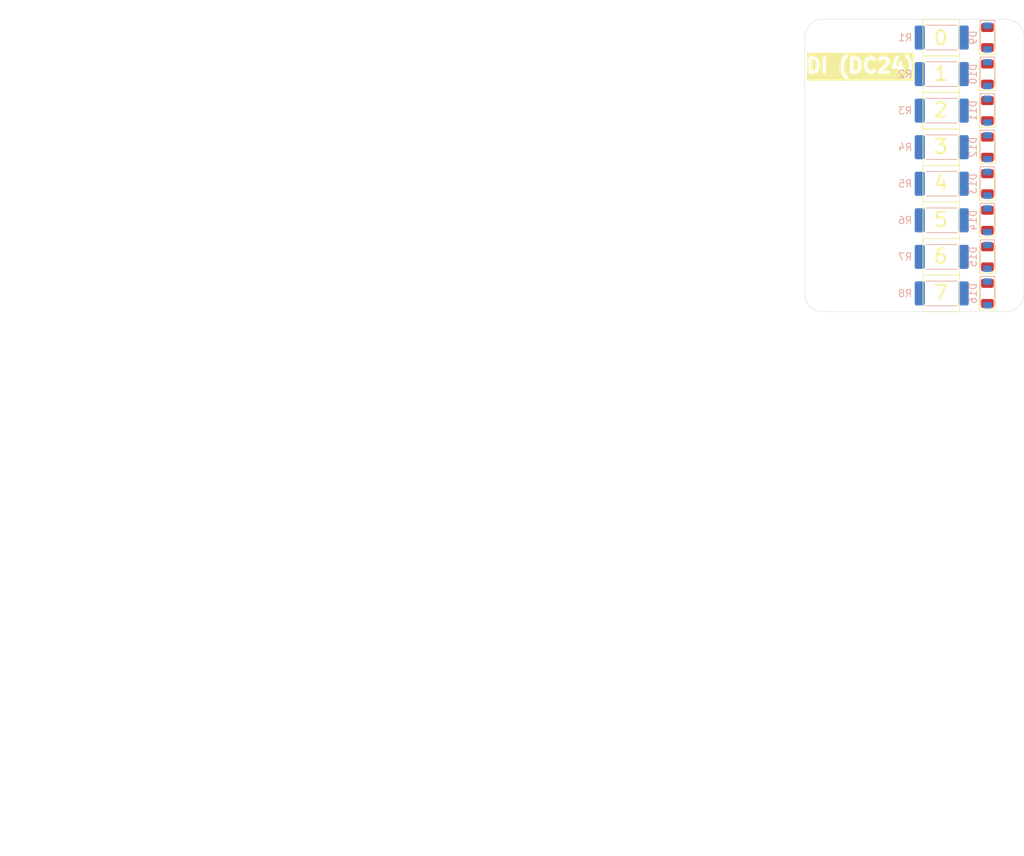
<source format=kicad_pcb>
(kicad_pcb (version 20240108) (generator "pcbnew") (generator_version "8.0")
  (layers (0 "F.Cu" signal) (31 "B.Cu" signal) (34 "B.Paste" user) (35 "F.Paste" user) (36 "B.SilkS" user "B.Silkscreen") (37 "F.SilkS" user "F.Silkscreen") (38 "B.Mask" user) (39 "F.Mask" user) (44 "Edge.Cuts" user))
  (net 0 "")
  (net 1 "Net-(D1-K)")
  (net 2 "Net-(D1-A)")
  (net 3 "Net-(J1-Pin_1)")
  (net 4 "Net-(J1-Pin_5)")
  (net 5 "Net-(J1-Pin_3)")
  (net 6 "Net-(D10-A)")
  (net 7 "Net-(D10-K)")
  (net 8 "Net-(D11-K)")
  (net 9 "Net-(D11-A)")
  (net 10 "Net-(D12-A)")
  (net 11 "Net-(D12-K)")
  (net 12 "Net-(D13-K)")
  (net 13 "Net-(D13-A)")
  (net 14 "Net-(D14-K)")
  (net 15 "Net-(D14-A)")
  (net 16 "Net-(D15-K)")
  (net 17 "Net-(D15-A)")
  (net 18 "Net-(D16-A)")
  (net 19 "Net-(D16-K)")
  (net 20 "Net-(J1-Pin_15)")
  (net 21 "Net-(J1-Pin_9)")
  (net 22 "Net-(J1-Pin_11)")
  (net 23 "Net-(J1-Pin_7)")
  (net 24 "Net-(J1-Pin_13)")
  (footprint "LED_SMD:LED_1206_3216Metric" (layer "F.Cu") (at 152.4 83.82 90)
    (property "Reference" "D2" (hide yes))
    (property "Value" "KP-3216MGC")
    (fp_line (start 1.6 -1.135) (end -2.285 -1.135) (stroke (width 0.12)) (layer "F.SilkS"))
    (fp_line (start -2.285 -1.135) (end -2.285 1.135) (stroke (width 0.12)) (layer "F.SilkS"))
    (fp_line (start -2.285 1.135) (end 1.6 1.135) (stroke (width 0.12)) (layer "F.SilkS"))
    (pad "1" smd roundrect (at -1.4 0 90) (size 1.25 1.75) (layers "F.Cu" "F.Paste" "F.Mask") (roundrect_rratio 0.2) (net 6 "Net-(D10-A)"))
    (pad "2" smd roundrect (at 1.4 0 90) (size 1.25 1.75) (layers "F.Cu" "F.Paste" "F.Mask") (roundrect_rratio 0.2) (net 7 "Net-(D10-K)"))
  )
  (footprint "LED_SMD:LED_1206_3216Metric" (layer "F.Cu") (at 152.4 99.06 90)
    (property "Reference" "D5" (hide yes))
    (property "Value" "KP-3216MGC")
    (fp_line (start 1.6 -1.135) (end -2.285 -1.135) (stroke (width 0.12)) (layer "F.SilkS"))
    (fp_line (start -2.285 -1.135) (end -2.285 1.135) (stroke (width 0.12)) (layer "F.SilkS"))
    (fp_line (start -2.285 1.135) (end 1.6 1.135) (stroke (width 0.12)) (layer "F.SilkS"))
    (pad "1" smd roundrect (at -1.4 0 90) (size 1.25 1.75) (layers "F.Cu" "F.Paste" "F.Mask") (roundrect_rratio 0.2) (net 13 "Net-(D13-A)"))
    (pad "2" smd roundrect (at 1.4 0 90) (size 1.25 1.75) (layers "F.Cu" "F.Paste" "F.Mask") (roundrect_rratio 0.2) (net 12 "Net-(D13-K)"))
  )
  (footprint "LED_SMD:LED_1206_3216Metric" (layer "F.Cu") (at 152.4 93.98 90)
    (property "Reference" "D4" (hide yes))
    (property "Value" "KP-3216MGC")
    (fp_line (start 1.6 -1.135) (end -2.285 -1.135) (stroke (width 0.12)) (layer "F.SilkS"))
    (fp_line (start -2.285 -1.135) (end -2.285 1.135) (stroke (width 0.12)) (layer "F.SilkS"))
    (fp_line (start -2.285 1.135) (end 1.6 1.135) (stroke (width 0.12)) (layer "F.SilkS"))
    (pad "1" smd roundrect (at -1.4 0 90) (size 1.25 1.75) (layers "F.Cu" "F.Paste" "F.Mask") (roundrect_rratio 0.2) (net 10 "Net-(D12-A)"))
    (pad "2" smd roundrect (at 1.4 0 90) (size 1.25 1.75) (layers "F.Cu" "F.Paste" "F.Mask") (roundrect_rratio 0.2) (net 11 "Net-(D12-K)"))
  )
  (footprint "LED_SMD:LED_1206_3216Metric" (layer "F.Cu") (at 152.4 104.14 90)
    (property "Reference" "D6" (hide yes))
    (property "Value" "KP-3216MGC")
    (fp_line (start 1.6 -1.135) (end -2.285 -1.135) (stroke (width 0.12)) (layer "F.SilkS"))
    (fp_line (start -2.285 -1.135) (end -2.285 1.135) (stroke (width 0.12)) (layer "F.SilkS"))
    (fp_line (start -2.285 1.135) (end 1.6 1.135) (stroke (width 0.12)) (layer "F.SilkS"))
    (pad "1" smd roundrect (at -1.4 0 90) (size 1.25 1.75) (layers "F.Cu" "F.Paste" "F.Mask") (roundrect_rratio 0.2) (net 15 "Net-(D14-A)"))
    (pad "2" smd roundrect (at 1.4 0 90) (size 1.25 1.75) (layers "F.Cu" "F.Paste" "F.Mask") (roundrect_rratio 0.2) (net 14 "Net-(D14-K)"))
  )
  (footprint "LED_SMD:LED_1206_3216Metric" (layer "F.Cu") (at 152.4 109.22 90)
    (property "Reference" "D7" (hide yes))
    (property "Value" "KP-3216MGC")
    (fp_line (start 1.6 -1.135) (end -2.285 -1.135) (stroke (width 0.12)) (layer "F.SilkS"))
    (fp_line (start -2.285 -1.135) (end -2.285 1.135) (stroke (width 0.12)) (layer "F.SilkS"))
    (fp_line (start -2.285 1.135) (end 1.6 1.135) (stroke (width 0.12)) (layer "F.SilkS"))
    (pad "1" smd roundrect (at -1.4 0 90) (size 1.25 1.75) (layers "F.Cu" "F.Paste" "F.Mask") (roundrect_rratio 0.2) (net 17 "Net-(D15-A)"))
    (pad "2" smd roundrect (at 1.4 0 90) (size 1.25 1.75) (layers "F.Cu" "F.Paste" "F.Mask") (roundrect_rratio 0.2) (net 16 "Net-(D15-K)"))
  )
  (footprint "LED_SMD:LED_1206_3216Metric" (layer "F.Cu") (at 152.4 78.74 90)
    (property "Reference" "D1" (hide yes))
    (property "Value" "KP-3216MGC")
    (fp_line (start 1.6 -1.135) (end -2.285 -1.135) (stroke (width 0.12)) (layer "F.SilkS"))
    (fp_line (start -2.285 -1.135) (end -2.285 1.135) (stroke (width 0.12)) (layer "F.SilkS"))
    (fp_line (start -2.285 1.135) (end 1.6 1.135) (stroke (width 0.12)) (layer "F.SilkS"))
    (pad "1" smd roundrect (at -1.4 0 90) (size 1.25 1.75) (layers "F.Cu" "F.Paste" "F.Mask") (roundrect_rratio 0.2) (net 1 "Net-(D1-K)"))
    (pad "2" smd roundrect (at 1.4 0 90) (size 1.25 1.75) (layers "F.Cu" "F.Paste" "F.Mask") (roundrect_rratio 0.2) (net 2 "Net-(D1-A)"))
  )
  (footprint "LED_SMD:LED_1206_3216Metric" (layer "F.Cu") (at 152.4 114.3 90)
    (property "Reference" "D8" (hide yes))
    (property "Value" "KP-3216MGC")
    (fp_line (start 1.6 -1.135) (end -2.285 -1.135) (stroke (width 0.12)) (layer "F.SilkS"))
    (fp_line (start -2.285 -1.135) (end -2.285 1.135) (stroke (width 0.12)) (layer "F.SilkS"))
    (fp_line (start -2.285 1.135) (end 1.6 1.135) (stroke (width 0.12)) (layer "F.SilkS"))
    (pad "1" smd roundrect (at -1.4 0 90) (size 1.25 1.75) (layers "F.Cu" "F.Paste" "F.Mask") (roundrect_rratio 0.2) (net 18 "Net-(D16-A)"))
    (pad "2" smd roundrect (at 1.4 0 90) (size 1.25 1.75) (layers "F.Cu" "F.Paste" "F.Mask") (roundrect_rratio 0.2) (net 19 "Net-(D16-K)"))
  )
  (footprint "LED_SMD:LED_1206_3216Metric" (layer "F.Cu") (at 152.4 88.9 90)
    (property "Reference" "D3" (hide yes))
    (property "Value" "KP-3216MGC")
    (fp_line (start 1.6 -1.135) (end -2.285 -1.135) (stroke (width 0.12)) (layer "F.SilkS"))
    (fp_line (start -2.285 -1.135) (end -2.285 1.135) (stroke (width 0.12)) (layer "F.SilkS"))
    (fp_line (start -2.285 1.135) (end 1.6 1.135) (stroke (width 0.12)) (layer "F.SilkS"))
    (pad "1" smd roundrect (at -1.4 0 90) (size 1.25 1.75) (layers "F.Cu" "F.Paste" "F.Mask") (roundrect_rratio 0.2) (net 9 "Net-(D11-A)"))
    (pad "2" smd roundrect (at 1.4 0 90) (size 1.25 1.75) (layers "F.Cu" "F.Paste" "F.Mask") (roundrect_rratio 0.2) (net 8 "Net-(D11-K)"))
  )
  (footprint "Diode_SMD:D_SOD-123" (layer "B.Cu") (at 152.4 99.06 -90)
    (property "Reference" "D13" (at 0 2 90) (layer "B.SilkS") (effects (justify mirror)))
    (property "Value" "1N4148W")
    (fp_line (start 1.65 1) (end -2.36 1) (stroke (width 0.12)) (layer "B.SilkS"))
    (fp_line (start -2.36 -1) (end -2.36 1) (stroke (width 0.12)) (layer "B.SilkS"))
    (fp_line (start 1.65 -1) (end -2.36 -1) (stroke (width 0.12)) (layer "B.SilkS"))
    (pad "1" smd roundrect (at -1.65 0 270) (size 0.9 1.2) (layers "B.Cu" "B.Paste" "B.Mask") (net 12 "Net-(D13-K)"))
    (pad "2" smd roundrect (at 1.65 0 270) (size 0.9 1.2) (layers "B.Cu" "B.Paste" "B.Mask") (net 13 "Net-(D13-A)"))
  )
  (footprint "Resistor_SMD:R_2512_6332Metric_Pad1.40x3.35mm_HandSolder" (layer "B.Cu") (at 146.05 99.06)
    (property "Reference" "R5" (at -5.08 0 0) (layer "B.SilkS") (effects (justify mirror)))
    (property "Value" "1.1k 1W")
    (fp_line (start 2.177064 -1.71) (end -2.177064 -1.71) (stroke (width 0.12)) (layer "B.SilkS"))
    (fp_line (start 2.177064 1.71) (end -2.177064 1.71) (stroke (width 0.12)) (layer "B.SilkS"))
    (pad "1" smd roundrect (at -3.05 0) (size 1.4 3.35) (layers "B.Cu" "B.Paste" "B.Mask") (roundrect_rratio 0.178571) (net 21 "Net-(J1-Pin_9)"))
    (pad "2" smd roundrect (at 3.05 0) (size 1.4 3.35) (layers "B.Cu" "B.Paste" "B.Mask") (roundrect_rratio 0.178571) (net 12 "Net-(D13-K)"))
  )
  (footprint "Diode_SMD:D_SOD-123" (layer "B.Cu") (at 152.4 93.98 -90)
    (property "Reference" "D12" (at 0 2 90) (layer "B.SilkS") (effects (justify mirror)))
    (property "Value" "1N4148W")
    (fp_line (start 1.65 1) (end -2.36 1) (stroke (width 0.12)) (layer "B.SilkS"))
    (fp_line (start -2.36 -1) (end -2.36 1) (stroke (width 0.12)) (layer "B.SilkS"))
    (fp_line (start 1.65 -1) (end -2.36 -1) (stroke (width 0.12)) (layer "B.SilkS"))
    (pad "1" smd roundrect (at -1.65 0 270) (size 0.9 1.2) (layers "B.Cu" "B.Paste" "B.Mask") (net 11 "Net-(D12-K)"))
    (pad "2" smd roundrect (at 1.65 0 270) (size 0.9 1.2) (layers "B.Cu" "B.Paste" "B.Mask") (net 10 "Net-(D12-A)"))
  )
  (footprint "Diode_SMD:D_SOD-123" (layer "B.Cu") (at 152.4 104.14 -90)
    (property "Reference" "D14" (at 0 2 90) (layer "B.SilkS") (effects (justify mirror)))
    (property "Value" "1N4148W")
    (fp_line (start 1.65 1) (end -2.36 1) (stroke (width 0.12)) (layer "B.SilkS"))
    (fp_line (start -2.36 -1) (end -2.36 1) (stroke (width 0.12)) (layer "B.SilkS"))
    (fp_line (start 1.65 -1) (end -2.36 -1) (stroke (width 0.12)) (layer "B.SilkS"))
    (pad "1" smd roundrect (at -1.65 0 270) (size 0.9 1.2) (layers "B.Cu" "B.Paste" "B.Mask") (net 14 "Net-(D14-K)"))
    (pad "2" smd roundrect (at 1.65 0 270) (size 0.9 1.2) (layers "B.Cu" "B.Paste" "B.Mask") (net 15 "Net-(D14-A)"))
  )
  (footprint "Diode_SMD:D_SOD-123" (layer "B.Cu") (at 152.4 109.22 -90)
    (property "Reference" "D15" (at 0 2 90) (layer "B.SilkS") (effects (justify mirror)))
    (property "Value" "1N4148W")
    (fp_line (start 1.65 1) (end -2.36 1) (stroke (width 0.12)) (layer "B.SilkS"))
    (fp_line (start -2.36 -1) (end -2.36 1) (stroke (width 0.12)) (layer "B.SilkS"))
    (fp_line (start 1.65 -1) (end -2.36 -1) (stroke (width 0.12)) (layer "B.SilkS"))
    (pad "1" smd roundrect (at -1.65 0 270) (size 0.9 1.2) (layers "B.Cu" "B.Paste" "B.Mask") (net 16 "Net-(D15-K)"))
    (pad "2" smd roundrect (at 1.65 0 270) (size 0.9 1.2) (layers "B.Cu" "B.Paste" "B.Mask") (net 17 "Net-(D15-A)"))
  )
  (footprint "Diode_SMD:D_SOD-123" (layer "B.Cu") (at 152.4 78.74 -90)
    (property "Reference" "D9" (at 0 2 90) (layer "B.SilkS") (effects (justify mirror)))
    (property "Value" "1N4148W")
    (fp_line (start 1.65 1) (end -2.36 1) (stroke (width 0.12)) (layer "B.SilkS"))
    (fp_line (start -2.36 -1) (end -2.36 1) (stroke (width 0.12)) (layer "B.SilkS"))
    (fp_line (start 1.65 -1) (end -2.36 -1) (stroke (width 0.12)) (layer "B.SilkS"))
    (pad "1" smd roundrect (at -1.65 0 270) (size 0.9 1.2) (layers "B.Cu" "B.Paste" "B.Mask") (net 2 "Net-(D1-A)"))
    (pad "2" smd roundrect (at 1.65 0 270) (size 0.9 1.2) (layers "B.Cu" "B.Paste" "B.Mask") (net 1 "Net-(D1-K)"))
  )
  (footprint "Resistor_SMD:R_2512_6332Metric_Pad1.40x3.35mm_HandSolder" (layer "B.Cu") (at 146.05 104.14)
    (property "Reference" "R6" (at -5.08 0 0) (layer "B.SilkS") (effects (justify mirror)))
    (property "Value" "1.1k 1W")
    (fp_line (start 2.177064 -1.71) (end -2.177064 -1.71) (stroke (width 0.12)) (layer "B.SilkS"))
    (fp_line (start 2.177064 1.71) (end -2.177064 1.71) (stroke (width 0.12)) (layer "B.SilkS"))
    (pad "1" smd roundrect (at -3.05 0) (size 1.4 3.35) (layers "B.Cu" "B.Paste" "B.Mask") (roundrect_rratio 0.178571) (net 22 "Net-(J1-Pin_11)"))
    (pad "2" smd roundrect (at 3.05 0) (size 1.4 3.35) (layers "B.Cu" "B.Paste" "B.Mask") (roundrect_rratio 0.178571) (net 14 "Net-(D14-K)"))
  )
  (footprint "Resistor_SMD:R_2512_6332Metric_Pad1.40x3.35mm_HandSolder" (layer "B.Cu") (at 146.05 78.74)
    (property "Reference" "R1" (at -5.08 0 0) (layer "B.SilkS") (effects (justify mirror)))
    (property "Value" "1.1k 1W")
    (fp_line (start 2.177064 -1.71) (end -2.177064 -1.71) (stroke (width 0.12)) (layer "B.SilkS"))
    (fp_line (start 2.177064 1.71) (end -2.177064 1.71) (stroke (width 0.12)) (layer "B.SilkS"))
    (pad "1" smd roundrect (at -3.05 0) (size 1.4 3.35) (layers "B.Cu" "B.Paste" "B.Mask") (roundrect_rratio 0.178571) (net 3 "Net-(J1-Pin_1)"))
    (pad "2" smd roundrect (at 3.05 0) (size 1.4 3.35) (layers "B.Cu" "B.Paste" "B.Mask") (roundrect_rratio 0.178571) (net 2 "Net-(D1-A)"))
  )
  (footprint "Diode_SMD:D_SOD-123" (layer "B.Cu") (at 152.4 88.9 -90)
    (property "Reference" "D11" (at 0 2 90) (layer "B.SilkS") (effects (justify mirror)))
    (property "Value" "1N4148W")
    (fp_line (start 1.65 1) (end -2.36 1) (stroke (width 0.12)) (layer "B.SilkS"))
    (fp_line (start -2.36 -1) (end -2.36 1) (stroke (width 0.12)) (layer "B.SilkS"))
    (fp_line (start 1.65 -1) (end -2.36 -1) (stroke (width 0.12)) (layer "B.SilkS"))
    (pad "1" smd roundrect (at -1.65 0 270) (size 0.9 1.2) (layers "B.Cu" "B.Paste" "B.Mask") (net 8 "Net-(D11-K)"))
    (pad "2" smd roundrect (at 1.65 0 270) (size 0.9 1.2) (layers "B.Cu" "B.Paste" "B.Mask") (net 9 "Net-(D11-A)"))
  )
  (footprint "Diode_SMD:D_SOD-123" (layer "B.Cu") (at 152.4 83.82 -90)
    (property "Reference" "D10" (at 0 2 90) (layer "B.SilkS") (effects (justify mirror)))
    (property "Value" "1N4148W")
    (fp_line (start 1.65 1) (end -2.36 1) (stroke (width 0.12)) (layer "B.SilkS"))
    (fp_line (start -2.36 -1) (end -2.36 1) (stroke (width 0.12)) (layer "B.SilkS"))
    (fp_line (start 1.65 -1) (end -2.36 -1) (stroke (width 0.12)) (layer "B.SilkS"))
    (pad "1" smd roundrect (at -1.65 0 270) (size 0.9 1.2) (layers "B.Cu" "B.Paste" "B.Mask") (net 7 "Net-(D10-K)"))
    (pad "2" smd roundrect (at 1.65 0 270) (size 0.9 1.2) (layers "B.Cu" "B.Paste" "B.Mask") (net 6 "Net-(D10-A)"))
  )
  (footprint "Resistor_SMD:R_2512_6332Metric_Pad1.40x3.35mm_HandSolder" (layer "B.Cu") (at 146.05 93.98)
    (property "Reference" "R4" (at -5.08 0 0) (layer "B.SilkS") (effects (justify mirror)))
    (property "Value" "1.1k 1W")
    (fp_line (start 2.177064 -1.71) (end -2.177064 -1.71) (stroke (width 0.12)) (layer "B.SilkS"))
    (fp_line (start 2.177064 1.71) (end -2.177064 1.71) (stroke (width 0.12)) (layer "B.SilkS"))
    (pad "1" smd roundrect (at -3.05 0) (size 1.4 3.35) (layers "B.Cu" "B.Paste" "B.Mask") (roundrect_rratio 0.178571) (net 23 "Net-(J1-Pin_7)"))
    (pad "2" smd roundrect (at 3.05 0) (size 1.4 3.35) (layers "B.Cu" "B.Paste" "B.Mask") (roundrect_rratio 0.178571) (net 11 "Net-(D12-K)"))
  )
  (footprint "Diode_SMD:D_SOD-123" (layer "B.Cu") (at 152.4 114.3 -90)
    (property "Reference" "D16" (at 0 2 90) (layer "B.SilkS") (effects (justify mirror)))
    (property "Value" "1N4148W")
    (fp_line (start 1.65 1) (end -2.36 1) (stroke (width 0.12)) (layer "B.SilkS"))
    (fp_line (start -2.36 -1) (end -2.36 1) (stroke (width 0.12)) (layer "B.SilkS"))
    (fp_line (start 1.65 -1) (end -2.36 -1) (stroke (width 0.12)) (layer "B.SilkS"))
    (pad "1" smd roundrect (at -1.65 0 270) (size 0.9 1.2) (layers "B.Cu" "B.Paste" "B.Mask") (net 19 "Net-(D16-K)"))
    (pad "2" smd roundrect (at 1.65 0 270) (size 0.9 1.2) (layers "B.Cu" "B.Paste" "B.Mask") (net 18 "Net-(D16-A)"))
  )
  (footprint "Resistor_SMD:R_2512_6332Metric_Pad1.40x3.35mm_HandSolder" (layer "B.Cu") (at 146.05 114.3)
    (property "Reference" "R8" (at -5.08 0 0) (layer "B.SilkS") (effects (justify mirror)))
    (property "Value" "1.1k 1W")
    (fp_line (start 2.177064 -1.71) (end -2.177064 -1.71) (stroke (width 0.12)) (layer "B.SilkS"))
    (fp_line (start 2.177064 1.71) (end -2.177064 1.71) (stroke (width 0.12)) (layer "B.SilkS"))
    (pad "1" smd roundrect (at -3.05 0) (size 1.4 3.35) (layers "B.Cu" "B.Paste" "B.Mask") (roundrect_rratio 0.178571) (net 20 "Net-(J1-Pin_15)"))
    (pad "2" smd roundrect (at 3.05 0) (size 1.4 3.35) (layers "B.Cu" "B.Paste" "B.Mask") (roundrect_rratio 0.178571) (net 19 "Net-(D16-K)"))
  )
  (footprint "Resistor_SMD:R_2512_6332Metric_Pad1.40x3.35mm_HandSolder" (layer "B.Cu") (at 146.05 109.22)
    (property "Reference" "R7" (at -5.08 0 0) (layer "B.SilkS") (effects (justify mirror)))
    (property "Value" "1.1k 1W")
    (fp_line (start 2.177064 -1.71) (end -2.177064 -1.71) (stroke (width 0.12)) (layer "B.SilkS"))
    (fp_line (start 2.177064 1.71) (end -2.177064 1.71) (stroke (width 0.12)) (layer "B.SilkS"))
    (pad "1" smd roundrect (at -3.05 0) (size 1.4 3.35) (layers "B.Cu" "B.Paste" "B.Mask") (roundrect_rratio 0.178571) (net 24 "Net-(J1-Pin_13)"))
    (pad "2" smd roundrect (at 3.05 0) (size 1.4 3.35) (layers "B.Cu" "B.Paste" "B.Mask") (roundrect_rratio 0.178571) (net 16 "Net-(D15-K)"))
  )
  (footprint "Resistor_SMD:R_2512_6332Metric_Pad1.40x3.35mm_HandSolder" (layer "B.Cu") (at 146.05 83.82)
    (property "Reference" "R2" (at -5.08 0 0) (layer "B.SilkS") (effects (justify mirror)))
    (property "Value" "1.1k 1W")
    (fp_line (start 2.177064 -1.71) (end -2.177064 -1.71) (stroke (width 0.12)) (layer "B.SilkS"))
    (fp_line (start 2.177064 1.71) (end -2.177064 1.71) (stroke (width 0.12)) (layer "B.SilkS"))
    (pad "1" smd roundrect (at -3.05 0) (size 1.4 3.35) (layers "B.Cu" "B.Paste" "B.Mask") (roundrect_rratio 0.178571) (net 5 "Net-(J1-Pin_3)"))
    (pad "2" smd roundrect (at 3.05 0) (size 1.4 3.35) (layers "B.Cu" "B.Paste" "B.Mask") (roundrect_rratio 0.178571) (net 7 "Net-(D10-K)"))
  )
  (footprint "Resistor_SMD:R_2512_6332Metric_Pad1.40x3.35mm_HandSolder" (layer "B.Cu") (at 146.05 88.9)
    (property "Reference" "R3" (at -5.08 0 0) (layer "B.SilkS") (effects (justify mirror)))
    (property "Value" "1.1k 1W")
    (fp_line (start 2.177064 -1.71) (end -2.177064 -1.71) (stroke (width 0.12)) (layer "B.SilkS"))
    (fp_line (start 2.177064 1.71) (end -2.177064 1.71) (stroke (width 0.12)) (layer "B.SilkS"))
    (pad "1" smd roundrect (at -3.05 0) (size 1.4 3.35) (layers "B.Cu" "B.Paste" "B.Mask") (roundrect_rratio 0.178571) (net 4 "Net-(J1-Pin_5)"))
    (pad "2" smd roundrect (at 3.05 0) (size 1.4 3.35) (layers "B.Cu" "B.Paste" "B.Mask") (roundrect_rratio 0.178571) (net 8 "Net-(D11-K)"))
  )
  (gr_rect (start 143.442381 76.2) (end 148.522381 81.28) (stroke (width 0.1)) (fill none) (layer "F.SilkS"))
  (gr_rect (start 143.442381 86.36) (end 148.522381 91.44) (stroke (width 0.1)) (fill none) (layer "F.SilkS"))
  (gr_rect (start 143.442381 101.6) (end 148.522381 106.68) (stroke (width 0.1)) (fill none) (layer "F.SilkS"))
  (gr_rect (start 143.442381 81.28) (end 148.522381 86.36) (stroke (width 0.1)) (fill none) (layer "F.SilkS"))
  (gr_rect (start 143.442381 111.76) (end 148.522381 116.84) (stroke (width 0.1)) (fill none) (layer "F.SilkS"))
  (gr_rect (start 143.442381 106.68) (end 148.522381 111.76) (stroke (width 0.1)) (fill none) (layer "F.SilkS"))
  (gr_rect (start 143.442381 96.52) (end 148.522381 101.6) (stroke (width 0.1)) (fill none) (layer "F.SilkS"))
  (gr_rect (start 143.442381 91.44) (end 148.522381 96.52) (stroke (width 0.1)) (fill none) (layer "F.SilkS"))
  (gr_arc (start 127 78.74) (mid 127.743949 76.943949) (end 129.54 76.2) (stroke (width 0.05)) (layer "Edge.Cuts"))
  (gr_line (start 154.94 116.84) (end 129.54 116.84) (stroke (width 0.05)) (layer "Edge.Cuts"))
  (gr_arc (start 157.48 114.3) (mid 156.736051 116.096051) (end 154.94 116.84) (stroke (width 0.05)) (layer "Edge.Cuts"))
  (gr_line (start 129.54 76.2) (end 154.94 76.2) (stroke (width 0.05)) (layer "Edge.Cuts"))
  (gr_line (start 127 114.3) (end 127 78.74) (stroke (width 0.05)) (layer "Edge.Cuts"))
  (gr_arc (start 129.54 116.84) (mid 127.743949 116.096051) (end 127 114.3) (stroke (width 0.05)) (layer "Edge.Cuts"))
  (gr_arc (start 154.94 76.2) (mid 156.736051 76.943949) (end 157.48 78.74) (stroke (width 0.05)) (layer "Edge.Cuts"))
  (gr_line (start 157.48 78.74) (end 157.48 114.3) (stroke (width 0.05)) (layer "Edge.Cuts"))
  (gr_text "4" (at 144.78 100.139 0) (layer "F.SilkS") (effects (font (size 2 2) (thickness 0.3)) (justify left bottom)))
  (gr_text "6" (at 144.78 110.299 0) (layer "F.SilkS") (effects (font (size 2 2) (thickness 0.3)) (justify left bottom)))
  (gr_text "5" (at 144.78 105.219 0) (layer "F.SilkS") (effects (font (size 2 2) (thickness 0.3)) (justify left bottom)))
  (gr_text "7" (at 144.78 115.379 0) (layer "F.SilkS") (effects (font (size 2 2) (thickness 0.3)) (justify left bottom)))
  (gr_text "DI (DC24)" (at 127 83.82 0) (layer "F.SilkS" knockout) (effects (font (size 2 2) (thickness 0.4) (bold yes)) (justify left bottom)))
  (gr_text "1" (at 144.78 84.899 0) (layer "F.SilkS") (effects (font (size 2 2) (thickness 0.3)) (justify left bottom)))
  (gr_text "2" (at 144.78 89.979 0) (layer "F.SilkS") (effects (font (size 2 2) (thickness 0.3)) (justify left bottom)))
  (gr_text "3" (at 144.78 95.059 0) (layer "F.SilkS") (effects (font (size 2 2) (thickness 0.3)) (justify left bottom)))
  (gr_text "0" (at 144.78 79.9435 0) (layer "F.SilkS") (effects (font (size 2 2) (thickness 0.3)) (justify left bottom)))
)
</source>
